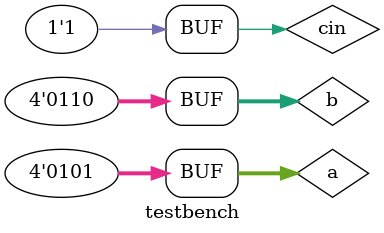
<source format=v>
`timescale 1ns / 1ps
module testbench();
reg [3:0] a;
reg [3:0] b;
reg cin;
wire [3:0] sum;
wire cout;
CLA uut (.a(a),.b(b),.cin(cin),.sum(sum),.cout(cout));
initial begin
a = 0;
b = 0;
cin = 0;
#100;
a = 5;
b = 6;
cin = 1;
#100;
end
endmodule

</source>
